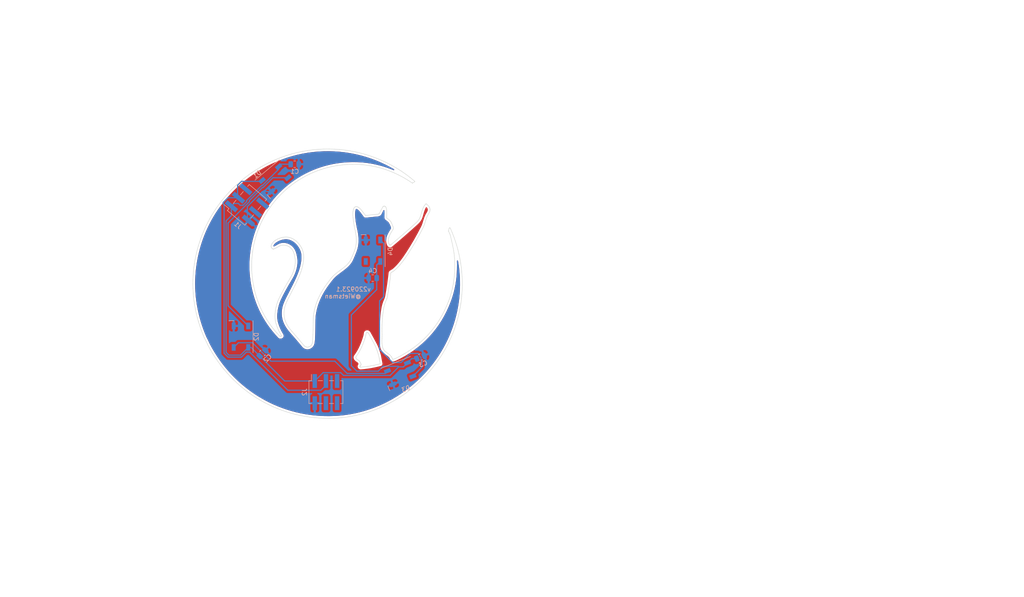
<source format=kicad_pcb>
(kicad_pcb (version 20211014) (generator pcbnew)
  (layers (0 "F.Cu" signal) (31 "B.Cu" signal) (34 "B.Paste" user) (35 "F.Paste" user) (36 "B.SilkS" user "B.Silkscreen") (37 "F.SilkS" user "F.Silkscreen") (38 "B.Mask" user) (39 "F.Mask" user) (44 "Edge.Cuts" user))
  (net 0 "")
  (net 1 "GND")
  (net 2 "Net-(D2-Pad2)")
  (net 3 "Net-(D2-Pad4)")
  (net 4 "Net-(D3-Pad2)")
  (net 9 "D out{slash}in")
  (net 13 "+4V")
  (footprint "Zerocopter:cat_maan_gasten" (layer "F.Cu") (at 150.6 100.2))
  (footprint "Connector_PinHeader_2.54mm:PinHeader_2x03_P2.54mm_Vertical_SMD" (layer "B.Cu") (at 150.225 124.89 -90))
  (footprint "Resistor_SMD:R_0805_2012Metric" (layer "B.Cu") (at 143.1125 73))
  (footprint "Resistor_SMD:R_0805_2012Metric" (layer "B.Cu") (at 160.875 98.925 180))
  (footprint "LED_SMD:LED_WS2812B_PLCC4_5.0x5.0mm_P3.2mm" (layer "B.Cu") (at 138.637592 76.385856 -140))
  (footprint "LED_SMD:LED_WS2812B_PLCC4_5.0x5.0mm_P3.2mm" (layer "B.Cu") (at 160.95 92.7 90))
  (footprint "LED_SMD:LED_WS2812B_PLCC4_5.0x5.0mm_P3.2mm" (layer "B.Cu") (at 167.13 120.68 -158))
  (footprint "Connector_PinHeader_2.54mm:PinHeader_2x03_P2.54mm_Vertical_SMD" (layer "B.Cu") (at 132.254281 82.252756 -40))
  (footprint "Resistor_SMD:R_0805_2012Metric" (layer "B.Cu") (at 171.76 116.93 22))
  (footprint "Resistor_SMD:R_0805_2012Metric" (layer "B.Cu") (at 135.775 116.025 45))
  (footprint "LED_SMD:LED_WS2812B_PLCC4_5.0x5.0mm_P3.2mm" (layer "B.Cu") (at 130.875 112.275 90))
  (gr_text "@Wietsman" (at 154.09 103.06) (layer "B.SilkS") (effects (font (size 1 1)) (justify mirror)))
  (gr_text "v220923.1" (at 156.47 101.48) (layer "B.SilkS") (effects (font (size 1 1)) (justify mirror)))
  (segment (start 132.335629 85.601314) (end 132.335629 82.627057) (width 0.25) (layer "B.Cu") (net 1))
  (segment (start 159.675 90.625) (end 159.3 90.25) (width 0.25) (layer "B.Cu") (net 1))
  (segment (start 132.335629 82.627057) (end 135.738027 79.224659) (width 0.25) (layer "B.Cu") (net 1))
  (segment (start 135.738027 79.224659) (end 137.821383 79.224659) (width 0.25) (layer "B.Cu") (net 1))
  (segment (start 132.555863 85.821548) (end 132.335629 85.601314) (width 0.25) (layer "B.Cu") (net 1))
  (segment (start 159.775 90.625) (end 159.675 90.625) (width 0.25) (layer "B.Cu") (net 1))
  (segment (start 129.225 114.725) (end 130.3 113.65) (width 0.25) (layer "B.Cu") (net 2))
  (segment (start 152.25 117.85) (end 155.041121 120.641121) (width 0.25) (layer "B.Cu") (net 2))
  (segment (start 155.041121 120.641121) (end 163.667111 120.641121) (width 0.25) (layer "B.Cu") (net 2))
  (segment (start 130.3 113.65) (end 133.47 113.65) (width 0.25) (layer "B.Cu") (net 2))
  (segment (start 163.667111 120.641121) (end 164.240299 120.067933) (width 0.25) (layer "B.Cu") (net 2))
  (segment (start 137.67 117.85) (end 152.25 117.85) (width 0.25) (layer "B.Cu") (net 2))
  (segment (start 133.47 113.65) (end 137.67 117.85) (width 0.25) (layer "B.Cu") (net 2))
  (segment (start 135.762873 78.298523) (end 132.796574 81.264822) (width 0.25) (layer "B.Cu") (net 3))
  (segment (start 127.9375 86.388791) (end 127.9375 105.2375) (width 0.25) (layer "B.Cu") (net 3))
  (segment (start 138.144329 76.075) (end 135.920806 78.298523) (width 0.25) (layer "B.Cu") (net 3))
  (segment (start 135.920806 78.298523) (end 135.762873 78.298523) (width 0.25) (layer "B.Cu") (net 3))
  (segment (start 127.9375 105.2375) (end 132.525 109.825) (width 0.25) (layer "B.Cu") (net 3))
  (segment (start 132.796574 81.529717) (end 127.9375 86.388791) (width 0.25) (layer "B.Cu") (net 3))
  (segment (start 141.575 76.075) (end 138.144329 76.075) (width 0.25) (layer "B.Cu") (net 3))
  (segment (start 132.796574 81.264822) (end 132.796574 81.529717) (width 0.25) (layer "B.Cu") (net 3))
  (segment (start 171.432668 116.320033) (end 171.202635 116.09) (width 0.25) (layer "B.Cu") (net 4))
  (segment (start 163.375 96.225) (end 163.375 91.025) (width 0.25) (layer "B.Cu") (net 4))
  (segment (start 167.323604 118.16) (end 165.42 118.16) (width 0.25) (layer "B.Cu") (net 4))
  (segment (start 170.019701 121.292067) (end 172.09 119.221768) (width 0.25) (layer "B.Cu") (net 4))
  (segment (start 163.375 91.025) (end 162.6 90.25) (width 0.25) (layer "B.Cu") (net 4))
  (segment (start 162.43 104.12) (end 163.34 103.21) (width 0.25) (layer "B.Cu") (net 4))
  (segment (start 163.34 103.21) (end 163.34 96.26) (width 0.25) (layer "B.Cu") (net 4))
  (segment (start 163.34 96.26) (end 163.375 96.225) (width 0.25) (layer "B.Cu") (net 4))
  (segment (start 169.41 116.09) (end 167.71764 117.78236) (width 0.25) (layer "B.Cu") (net 4))
  (segment (start 171.610715 116.760715) (end 171.432668 116.320033) (width 0.25) (layer "B.Cu") (net 4))
  (segment (start 172.09 117.65) (end 171.882168 117.442168) (width 0.25) (layer "B.Cu") (net 4))
  (segment (start 171.882168 117.442168) (end 171.882168 117.032168) (width 0.25) (layer "B.Cu") (net 4))
  (segment (start 167.701244 117.78236) (end 167.323604 118.16) (width 0.25) (layer "B.Cu") (net 4))
  (segment (start 167.71764 117.78236) (end 167.701244 117.78236) (width 0.25) (layer "B.Cu") (net 4))
  (segment (start 162.43 115.17) (end 162.43 104.12) (width 0.25) (layer "B.Cu") (net 4))
  (segment (start 165.42 118.16) (end 162.43 115.17) (width 0.25) (layer "B.Cu") (net 4))
  (segment (start 171.202635 116.09) (end 169.41 116.09) (width 0.25) (layer "B.Cu") (net 4))
  (segment (start 172.09 119.221768) (end 172.09 117.65) (width 0.25) (layer "B.Cu") (net 4))
  (segment (start 171.882168 117.032168) (end 171.610715 116.760715) (width 0.25) (layer "B.Cu") (net 4))
  (segment (start 127.0375 116.023896) (end 127.938604 116.925) (width 0.25) (layer "B.Cu") (net 9))
  (segment (start 135.700184 76.696712) (end 135.496896 76.9) (width 0.25) (layer "B.Cu") (net 9))
  (segment (start 141.55 124.475) (end 149.075 124.475) (width 0.25) (layer "B.Cu") (net 9))
  (segment (start 127.892932 80.629717) (end 126.834424 81.688225) (width 0.25) (layer "B.Cu") (net 9))
  (segment (start 150.225 123.325) (end 150.225 122.365) (width 0.25) (layer "B.Cu") (net 9))
  (segment (start 127.938604 116.925) (end 130.961396 116.925) (width 0.25) (layer "B.Cu") (net 9))
  (segment (start 126.834424 82.080723) (end 127.0375 82.283799) (width 0.25) (layer "B.Cu") (net 9))
  (segment (start 130.320019 80.629717) (end 127.892932 80.629717) (width 0.25) (layer "B.Cu") (net 9))
  (segment (start 130.996504 76.9) (end 130.099785 77.796719) (width 0.25) (layer "B.Cu") (net 9))
  (segment (start 130.099785 80.409483) (end 130.320019 80.629717) (width 0.25) (layer "B.Cu") (net 9))
  (segment (start 149.075 124.475) (end 150.225 123.325) (width 0.25) (layer "B.Cu") (net 9))
  (segment (start 132.086396 115.8) (end 132.875 115.8) (width 0.25) (layer "B.Cu") (net 9))
  (segment (start 135.496896 76.9) (end 130.996504 76.9) (width 0.25) (layer "B.Cu") (net 9))
  (segment (start 130.099785 77.796719) (end 130.099785 80.409483) (width 0.25) (layer "B.Cu") (net 9))
  (segment (start 127.0375 82.283799) (end 127.0375 116.023896) (width 0.25) (layer "B.Cu") (net 9))
  (segment (start 126.834424 81.688225) (end 126.834424 82.080723) (width 0.25) (layer "B.Cu") (net 9))
  (segment (start 130.961396 116.925) (end 132.086396 115.8) (width 0.25) (layer "B.Cu") (net 9))
  (segment (start 132.875 115.8) (end 141.55 124.475) (width 0.25) (layer "B.Cu") (net 9))
  (segment (start 127.4875 115.8375) (end 128.125 116.475) (width 0.25) (layer "B.Cu") (net 13))
  (segment (start 147.685 122.365) (end 140.82453 122.365) (width 0.25) (layer "B.Cu") (net 13))
  (segment (start 133.18453 114.725) (end 132.525 114.725) (width 0.25) (layer "B.Cu") (net 13))
  (segment (start 154.216121 121.091121) (end 164.838879 121.091121) (width 0.25) (layer "B.Cu") (net 13))
  (segment (start 169.744031 117.271829) (end 170.913945 117.271829) (width 0.25) (layer "B.Cu") (net 13))
  (segment (start 166.79 119.15) (end 167.86586 119.15) (width 0.25) (layer "B.Cu") (net 13))
  (segment (start 140.000854 73) (end 142.2 73) (width 0.25) (layer "B.Cu") (net 13))
  (segment (start 147.685 122.365) (end 149.585 120.465) (width 0.25) (layer "B.Cu") (net 13))
  (segment (start 130.27203 81.939895) (end 130.682265 82.35013) (width 0.25) (layer "B.Cu") (net 13))
  (segment (start 130.775 116.475) (end 132.525 114.725) (width 0.25) (layer "B.Cu") (net 13))
  (segment (start 161.7875 95.9625) (end 162.6 95.15) (width 0.25) (layer "B.Cu") (net 13))
  (segment (start 164.838879 121.091121) (end 166.79 119.14) (width 0.25) (layer "B.Cu") (net 13))
  (segment (start 162.14 120.12) (end 157.26 120.12) (width 0.25) (layer "B.Cu") (net 13))
  (segment (start 128.125 116.475) (end 130.775 116.475) (width 0.25) (layer "B.Cu") (net 13))
  (segment (start 128.687338 82.57547) (end 128.687338 84.700162) (width 0.25) (layer "B.Cu") (net 13))
  (segment (start 140.82453 122.365) (end 133.18453 114.725) (width 0.25) (layer "B.Cu") (net 13))
  (segment (start 139.453801 73.547053) (end 140.000854 73) (width 0.25) (layer "B.Cu") (net 13))
  (segment (start 132.172933 81.516962) (end 132.172933 81.252067) (width 0.25) (layer "B.Cu") (net 13))
  (segment (start 128.687338 82.57547) (end 129.322913 81.939895) (width 0.25) (layer "B.Cu") (net 13))
  (segment (start 168.7835 118.23236) (end 169.744031 117.271829) (width 0.25) (layer "B.Cu") (net 13))
  (segment (start 135.73441 77.848523) (end 139.453801 74.129132) (width 0.25) (layer "B.Cu") (net 13))
  (segment (start 129.322913 81.939895) (end 130.27203 81.939895) (width 0.25) (layer "B.Cu") (net 13))
  (segment (start 163.24 119.02) (end 162.14 120.12) (width 0.25) (layer "B.Cu") (net 13))
  (segment (start 166.79 119.14) (end 166.79 119.15) (width 0.25) (layer "B.Cu") (net 13))
  (segment (start 153.59 120.465) (end 154.216121 121.091121) (width 0.25) (layer "B.Cu") (net 13))
  (segment (start 128.687338 84.700162) (end 127.4875 85.9) (width 0.25) (layer "B.Cu") (net 13))
  (segment (start 166.66 119.02) (end 163.24 119.02) (width 0.25) (layer "B.Cu") (net 13))
  (segment (start 156.025 107.325) (end 161.7875 101.5625) (width 0.25) (layer "B.Cu") (net 13))
  (segment (start 127.4875 85.9) (end 127.4875 115.8375) (width 0.25) (layer "B.Cu") (net 13))
  (segment (start 132.172933 81.252067) (end 135.576477 77.848523) (width 0.25) (layer "B.Cu") (net 13))
  (segment (start 166.79 119.15) (end 166.66 119.02) (width 0.25) (layer "B.Cu") (net 13))
  (segment (start 139.453801 74.129132) (end 139.453801 73.547053) (width 0.25) (layer "B.Cu") (net 13))
  (segment (start 135.576477 77.848523) (end 135.73441 77.848523) (width 0.25) (layer "B.Cu") (net 13))
  (segment (start 131.339765 82.35013) (end 132.172933 81.516962) (width 0.25) (layer "B.Cu") (net 13))
  (segment (start 156.025 118.885) (end 156.025 107.325) (width 0.25) (layer "B.Cu") (net 13))
  (segment (start 149.585 120.465) (end 153.59 120.465) (width 0.25) (layer "B.Cu") (net 13))
  (segment (start 168.7835 118.23236) (end 168.7835 118.3065) (width 0.25) (layer "B.Cu") (net 13))
  (segment (start 157.26 120.12) (end 156.025 118.885) (width 0.25) (layer "B.Cu") (net 13))
  (segment (start 161.7875 101.5625) (end 161.7875 98.925) (width 0.25) (layer "B.Cu") (net 13))
  (segment (start 130.682265 82.35013) (end 131.339765 82.35013) (width 0.25) (layer "B.Cu") (net 13))
  (segment (start 161.7875 98.925) (end 161.7875 95.9625) (width 0.25) (layer "B.Cu") (net 13))
  (segment (start 167.86586 119.15) (end 168.7835 118.23236) (width 0.25) (layer "B.Cu") (net 13))
  (zone (net 1) (net_name "GND") (layers F&B.Cu) (connect_pads (clearance 0.508)) (min_thickness 0.254) (fill yes (thermal_gap 0.508) (thermal_bridge_width 0.508))
    (polygon (pts (xy 309.2 36.2) (xy 309.2 171.6) (xy 78.6 169.2) (xy 76 35.6)))
  )
  (zone (net 0) (net_name "") (layer "F.Cu") (connect_pads (clearance 0.508)) (min_thickness 0.254) (fill yes (thermal_gap 0.508) (thermal_bridge_width 0.508))
    (polygon (pts (xy 184.84 136.42) (xy 116.59 136.29) (xy 118.07 62.48) (xy 118.07 62.52) (xy 187.8 61.71)))
  )
)
</source>
